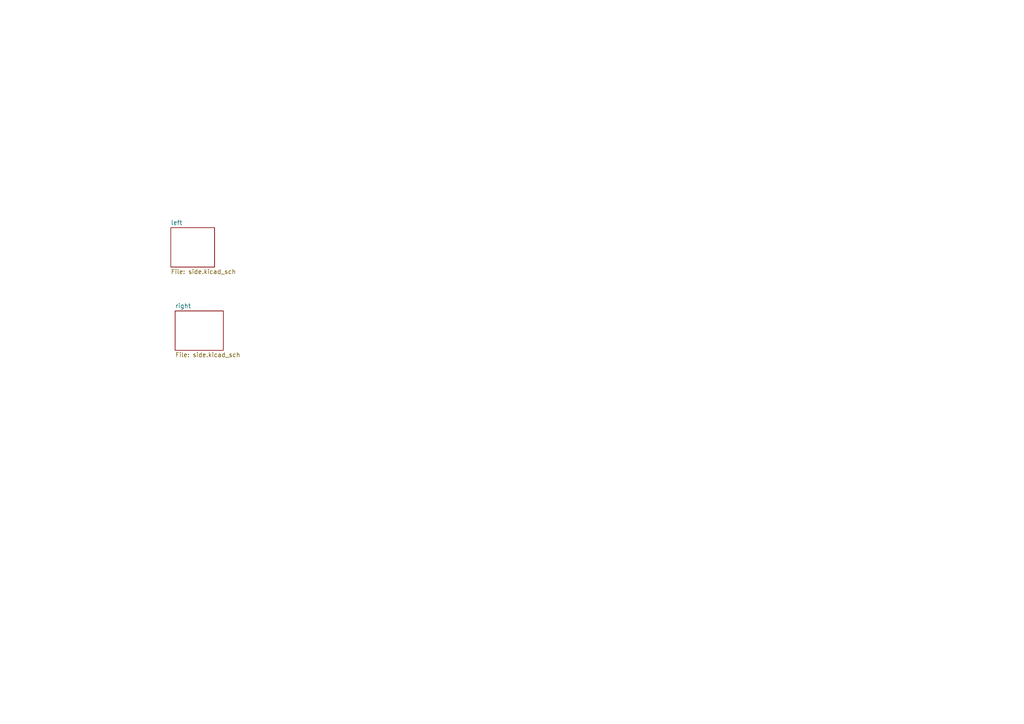
<source format=kicad_sch>
(kicad_sch
	(version 20250114)
	(generator "eeschema")
	(generator_version "9.0")
	(uuid "720084bf-d32c-46fc-9852-3f17b2d38fec")
	(paper "A4")
	(lib_symbols)
	(sheet
		(at 50.8 90.17)
		(size 13.97 11.43)
		(exclude_from_sim no)
		(in_bom yes)
		(on_board yes)
		(dnp no)
		(fields_autoplaced yes)
		(stroke
			(width 0.1524)
			(type solid)
		)
		(fill
			(color 0 0 0 0.0000)
		)
		(uuid "66b2bcf1-2646-4d54-8a08-b069249df1eb")
		(property "Sheetname" "right"
			(at 50.8 89.4584 0)
			(effects
				(font
					(size 1.27 1.27)
				)
				(justify left bottom)
			)
		)
		(property "Sheetfile" "side.kicad_sch"
			(at 50.8 102.1846 0)
			(effects
				(font
					(size 1.27 1.27)
				)
				(justify left top)
			)
		)
		(instances
			(project "SplitKeyboard"
				(path "/720084bf-d32c-46fc-9852-3f17b2d38fec"
					(page "3")
				)
			)
		)
	)
	(sheet
		(at 49.53 66.04)
		(size 12.7 11.43)
		(exclude_from_sim no)
		(in_bom yes)
		(on_board yes)
		(dnp no)
		(fields_autoplaced yes)
		(stroke
			(width 0.1524)
			(type solid)
		)
		(fill
			(color 0 0 0 0.0000)
		)
		(uuid "af00c934-130a-4672-92b6-42260f312484")
		(property "Sheetname" "left"
			(at 49.53 65.3284 0)
			(effects
				(font
					(size 1.27 1.27)
				)
				(justify left bottom)
			)
		)
		(property "Sheetfile" "side.kicad_sch"
			(at 49.53 78.0546 0)
			(effects
				(font
					(size 1.27 1.27)
				)
				(justify left top)
			)
		)
		(instances
			(project "SplitKeyboard"
				(path "/720084bf-d32c-46fc-9852-3f17b2d38fec"
					(page "2")
				)
			)
		)
	)
	(sheet_instances
		(path "/"
			(page "1")
		)
	)
	(embedded_fonts no)
)

</source>
